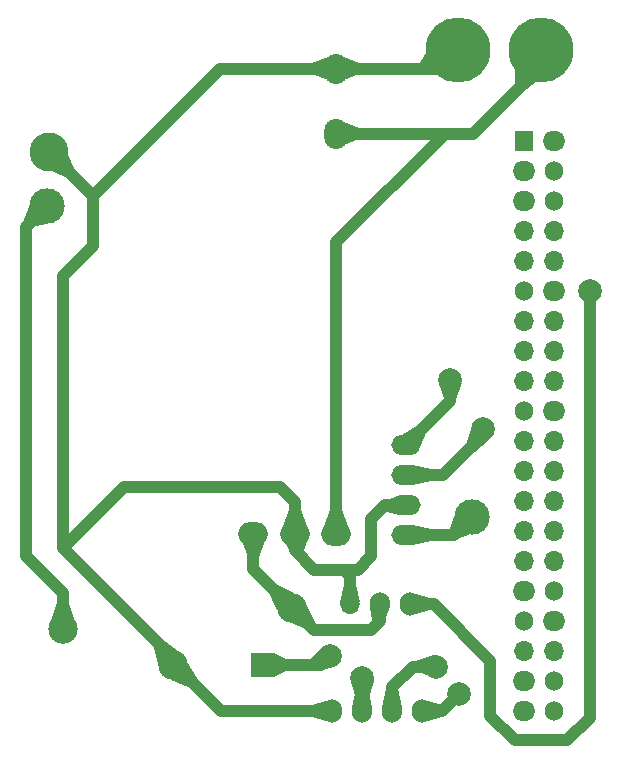
<source format=gbr>
%TF.GenerationSoftware,KiCad,Pcbnew,9.0.5*%
%TF.CreationDate,2025-10-22T00:31:54-04:00*%
%TF.ProjectId,PiHat,50694861-742e-46b6-9963-61645f706362,rev?*%
%TF.SameCoordinates,Original*%
%TF.FileFunction,Copper,L2,Bot*%
%TF.FilePolarity,Positive*%
%FSLAX46Y46*%
G04 Gerber Fmt 4.6, Leading zero omitted, Abs format (unit mm)*
G04 Created by KiCad (PCBNEW 9.0.5) date 2025-10-22 00:31:54*
%MOMM*%
%LPD*%
G01*
G04 APERTURE LIST*
%TA.AperFunction,ComponentPad*%
%ADD10O,2.000000X2.540000*%
%TD*%
%TA.AperFunction,ComponentPad*%
%ADD11R,2.000000X2.000000*%
%TD*%
%TA.AperFunction,ComponentPad*%
%ADD12C,2.500000*%
%TD*%
%TA.AperFunction,ComponentPad*%
%ADD13R,1.550000X1.700000*%
%TD*%
%TA.AperFunction,ComponentPad*%
%ADD14O,1.900000X1.700000*%
%TD*%
%TA.AperFunction,ComponentPad*%
%ADD15O,1.550000X1.700000*%
%TD*%
%TA.AperFunction,ComponentPad*%
%ADD16O,1.700000X1.700000*%
%TD*%
%TA.AperFunction,ComponentPad*%
%ADD17O,2.500000X1.700000*%
%TD*%
%TA.AperFunction,ComponentPad*%
%ADD18O,2.500000X2.000000*%
%TD*%
%TA.AperFunction,ComponentPad*%
%ADD19C,5.500000*%
%TD*%
%TA.AperFunction,ComponentPad*%
%ADD20O,1.700000X2.000000*%
%TD*%
%TA.AperFunction,ViaPad*%
%ADD21C,3.300000*%
%TD*%
%TA.AperFunction,ViaPad*%
%ADD22C,2.500000*%
%TD*%
%TA.AperFunction,ViaPad*%
%ADD23C,3.000000*%
%TD*%
%TA.AperFunction,ViaPad*%
%ADD24C,2.000000*%
%TD*%
%TA.AperFunction,Conductor*%
%ADD25C,1.000000*%
%TD*%
G04 APERTURE END LIST*
D10*
%TO.P,C1,1*%
%TO.N,+7.5V*%
X156500000Y-86500000D03*
%TO.P,C1,2*%
%TO.N,GND*%
X156500000Y-81000000D03*
%TD*%
D11*
%TO.P,BZ1,1,+*%
%TO.N,/Buzzer_GPIO*%
X150300000Y-131500000D03*
D12*
%TO.P,BZ1,2,-*%
%TO.N,GND*%
X142700000Y-131500000D03*
%TD*%
D13*
%TO.P,U5,1,3V3_power*%
%TO.N,unconnected-(U5-3V3_power-Pad1)*%
X172460000Y-87140000D03*
D14*
%TO.P,U5,2,5V_power*%
%TO.N,+5V*%
X175000000Y-87140000D03*
%TO.P,U5,3,GPIO_2*%
%TO.N,/I2C_SDA*%
X172460000Y-89680000D03*
D15*
%TO.P,U5,4,5V_power*%
%TO.N,+5V*%
X175000000Y-89680000D03*
D14*
%TO.P,U5,5,GPIO_3*%
%TO.N,/I2C_SCL*%
X172460000Y-92220000D03*
D15*
%TO.P,U5,6,Ground*%
%TO.N,GND*%
X175000000Y-92220000D03*
D16*
%TO.P,U5,7,GPIO_4*%
%TO.N,unconnected-(U5-GPIO_4-Pad7)*%
X172460000Y-94760000D03*
%TO.P,U5,8,GPIO_14*%
%TO.N,unconnected-(U5-GPIO_14-Pad8)*%
X175000000Y-94760000D03*
%TO.P,U5,9,Ground*%
%TO.N,GND*%
X172460000Y-97300000D03*
%TO.P,U5,10,GPIO_15*%
%TO.N,unconnected-(U5-GPIO_15-Pad10)*%
X175000000Y-97300000D03*
D15*
%TO.P,U5,11,GPIO_17*%
%TO.N,unconnected-(U5-GPIO_17-Pad11)*%
X172460000Y-99840000D03*
D14*
%TO.P,U5,12,GPIO_18*%
%TO.N,/PWM*%
X175000000Y-99840000D03*
D16*
%TO.P,U5,13,GPIO_27*%
%TO.N,unconnected-(U5-GPIO_27-Pad13)*%
X172460000Y-102380000D03*
%TO.P,U5,14,Ground*%
%TO.N,GND*%
X175000000Y-102380000D03*
%TO.P,U5,15,GPIO_22*%
%TO.N,unconnected-(U5-GPIO_22-Pad15)*%
X172460000Y-104920000D03*
%TO.P,U5,16,GPIO_23*%
%TO.N,unconnected-(U5-GPIO_23-Pad16)*%
X175000000Y-104920000D03*
%TO.P,U5,17,3V3_power*%
%TO.N,unconnected-(U5-3V3_power-Pad17)*%
X172460000Y-107460000D03*
%TO.P,U5,18,GPIO_24*%
%TO.N,unconnected-(U5-GPIO_24-Pad18)*%
X175000000Y-107460000D03*
D15*
%TO.P,U5,19,GPIO_10*%
%TO.N,unconnected-(U5-GPIO_10-Pad19)*%
X172460000Y-110000000D03*
D14*
%TO.P,U5,20,Ground*%
%TO.N,GND*%
X175000000Y-110000000D03*
D16*
%TO.P,U5,21,GPIO_9*%
%TO.N,unconnected-(U5-GPIO_9-Pad21)*%
X172460000Y-112540000D03*
%TO.P,U5,22,GPIO_25*%
%TO.N,unconnected-(U5-GPIO_25-Pad22)*%
X175000000Y-112540000D03*
%TO.P,U5,23,GPIO_11*%
%TO.N,unconnected-(U5-GPIO_11-Pad23)*%
X172460000Y-115080000D03*
%TO.P,U5,24,GPIO_8*%
%TO.N,unconnected-(U5-GPIO_8-Pad24)*%
X175000000Y-115080000D03*
%TO.P,U5,25,Ground*%
%TO.N,GND*%
X172460000Y-117620000D03*
%TO.P,U5,26,GPIO_7*%
%TO.N,unconnected-(U5-GPIO_7-Pad26)*%
X175000000Y-117620000D03*
%TO.P,U5,27,GPIO_0*%
%TO.N,unconnected-(U5-GPIO_0-Pad27)*%
X172460000Y-120160000D03*
%TO.P,U5,28,GPIO_1*%
%TO.N,unconnected-(U5-GPIO_1-Pad28)*%
X175000000Y-120160000D03*
%TO.P,U5,29,GPIO_5*%
%TO.N,/Buzzer_GPIO*%
X172460000Y-122700000D03*
%TO.P,U5,30,Ground*%
%TO.N,GND*%
X175000000Y-122700000D03*
D14*
%TO.P,U5,31,GPIO_6*%
%TO.N,/ENCODER_B*%
X172460000Y-125240000D03*
D15*
%TO.P,U5,32,GPIO_12*%
%TO.N,unconnected-(U5-GPIO_12-Pad32)*%
X175000000Y-125240000D03*
%TO.P,U5,33,GPIO_13*%
%TO.N,unconnected-(U5-GPIO_13-Pad33)*%
X172460000Y-127780000D03*
D14*
%TO.P,U5,34,Ground*%
%TO.N,GND*%
X175000000Y-127780000D03*
D16*
%TO.P,U5,35,GPIO_19*%
%TO.N,unconnected-(U5-GPIO_19-Pad35)*%
X172460000Y-130320000D03*
%TO.P,U5,36,GPIO_16*%
%TO.N,unconnected-(U5-GPIO_16-Pad36)*%
X175000000Y-130320000D03*
D14*
%TO.P,U5,37,GPIO_26*%
%TO.N,/ENCODER_A*%
X172460000Y-132860000D03*
D15*
%TO.P,U5,38,GPIO_20*%
%TO.N,unconnected-(U5-GPIO_20-Pad38)*%
X175000000Y-132860000D03*
D14*
%TO.P,U5,39,Ground*%
%TO.N,GND*%
X172460000Y-135400000D03*
D15*
%TO.P,U5,40,GPIO_21*%
%TO.N,unconnected-(U5-GPIO_21-Pad40)*%
X175000000Y-135400000D03*
%TD*%
D17*
%TO.P,U1,1,VCC*%
%TO.N,+5V*%
X162460200Y-120513200D03*
%TO.P,U1,2,GND*%
%TO.N,GND*%
X162460200Y-117973200D03*
%TO.P,U1,3,SCL*%
%TO.N,/I2C_SCL*%
X162460200Y-115433200D03*
%TO.P,U1,4,SDA*%
%TO.N,/I2C_SDA*%
X162460200Y-112893200D03*
D18*
%TO.P,U1,5,Vin*%
%TO.N,+7.5V*%
X156535000Y-120374000D03*
%TO.P,U1,6,GND*%
%TO.N,GND*%
X153035000Y-120374000D03*
%TO.P,U1,7,Vout*%
%TO.N,+7.5V*%
X149535000Y-120374000D03*
%TD*%
D19*
%TO.P,U2,1,Vin*%
%TO.N,+7.5V*%
X173875000Y-79448000D03*
%TO.P,U2,2,Ground*%
%TO.N,GND*%
X166875000Y-79448000D03*
%TD*%
D16*
%TO.P,U3,1,GND*%
%TO.N,GND*%
X157707000Y-126365000D03*
D20*
%TO.P,U3,2,Vin*%
%TO.N,+7.5V*%
X160247000Y-126365000D03*
%TO.P,U3,3,Signal*%
%TO.N,/PWM*%
X162787000Y-126365000D03*
%TD*%
%TO.P,U4,1,GND*%
%TO.N,GND*%
X156183000Y-135382000D03*
%TO.P,U4,2,+*%
%TO.N,+5V*%
X158723000Y-135382000D03*
%TO.P,U4,3,DT*%
%TO.N,/ENCODER_B*%
X161263000Y-135382000D03*
%TO.P,U4,4,CLK*%
%TO.N,/ENCODER_A*%
X163803000Y-135382000D03*
%TD*%
D21*
%TO.N,GND*%
X132220000Y-88060000D03*
D22*
%TO.N,+7.5V*%
X152801000Y-126639000D03*
%TO.N,+5V*%
X133400000Y-128490000D03*
D23*
X168000000Y-119000000D03*
X132060000Y-92670000D03*
D24*
X158730000Y-132610000D03*
%TO.N,/Buzzer_GPIO*%
X156020000Y-130760000D03*
%TO.N,/I2C_SCL*%
X169000000Y-111500000D03*
%TO.N,/I2C_SDA*%
X166210000Y-107400000D03*
%TO.N,/PWM*%
X178043000Y-99850000D03*
%TO.N,/ENCODER_A*%
X166930000Y-133970000D03*
%TO.N,/ENCODER_B*%
X164990000Y-131640000D03*
%TD*%
D25*
%TO.N,GND*%
X143102000Y-131318000D02*
X143102000Y-131732000D01*
X132220000Y-88060000D02*
X135931000Y-91771000D01*
X135931000Y-91780000D02*
X146711000Y-81000000D01*
X153035000Y-120374000D02*
X153035000Y-117729000D01*
X135931000Y-91771000D02*
X135931000Y-91780000D01*
X133392000Y-121608000D02*
X133392000Y-98599000D01*
X162460200Y-117973200D02*
X160664800Y-117973200D01*
X158378000Y-123444000D02*
X157226000Y-123444000D01*
X153035000Y-117729000D02*
X151765000Y-116459000D01*
X156440000Y-80940000D02*
X156500000Y-81000000D01*
X151765000Y-116459000D02*
X138541000Y-116459000D01*
X165323000Y-81000000D02*
X166875000Y-79448000D01*
X157707000Y-123925000D02*
X157707000Y-126365000D01*
X153035000Y-121793000D02*
X153035000Y-120374000D01*
X157226000Y-123444000D02*
X154686000Y-123444000D01*
X154686000Y-123444000D02*
X153035000Y-121793000D01*
X157226000Y-123444000D02*
X157707000Y-123925000D01*
X160664800Y-117973200D02*
X159512000Y-119126000D01*
X146752000Y-135382000D02*
X156183000Y-135382000D01*
X146711000Y-81000000D02*
X156500000Y-81000000D01*
X133392000Y-121608000D02*
X143102000Y-131318000D01*
X133392000Y-98599000D02*
X135931000Y-96060000D01*
X156500000Y-81000000D02*
X165323000Y-81000000D01*
X143102000Y-131732000D02*
X146752000Y-135382000D01*
X159512000Y-122310000D02*
X158378000Y-123444000D01*
X138541000Y-116459000D02*
X133392000Y-121608000D01*
X135931000Y-96060000D02*
X135931000Y-91780000D01*
X159512000Y-119126000D02*
X159512000Y-122310000D01*
%TO.N,+7.5V*%
X160247000Y-127789000D02*
X160247000Y-126365000D01*
X149535000Y-123373000D02*
X149535000Y-120374000D01*
X168135000Y-86500000D02*
X173875000Y-80760000D01*
X154672000Y-128510000D02*
X159526000Y-128510000D01*
X156535000Y-95700000D02*
X156535000Y-120374000D01*
X173875000Y-80760000D02*
X173875000Y-79448000D01*
X159526000Y-128510000D02*
X160247000Y-127789000D01*
X156500000Y-86500000D02*
X165735000Y-86500000D01*
X165735000Y-86500000D02*
X168135000Y-86500000D01*
X173875000Y-79448000D02*
X173875000Y-79006000D01*
X165735000Y-86500000D02*
X156535000Y-95700000D01*
X152801000Y-126639000D02*
X149535000Y-123373000D01*
X152801000Y-126639000D02*
X154672000Y-128510000D01*
%TO.N,+5V*%
X158730000Y-133320000D02*
X158723000Y-133327000D01*
X133400000Y-125380000D02*
X130310000Y-122290000D01*
X130310000Y-122290000D02*
X130310000Y-94420000D01*
X162460200Y-120513200D02*
X166486800Y-120513200D01*
X166486800Y-120513200D02*
X168000000Y-119000000D01*
X158730000Y-132610000D02*
X158730000Y-133320000D01*
X133400000Y-128490000D02*
X133400000Y-125380000D01*
X158723000Y-133327000D02*
X158723000Y-135382000D01*
X130310000Y-94420000D02*
X132060000Y-92670000D01*
%TO.N,/Buzzer_GPIO*%
X155280000Y-131500000D02*
X156020000Y-130760000D01*
X150300000Y-131500000D02*
X155280000Y-131500000D01*
%TO.N,/I2C_SCL*%
X165598200Y-115433200D02*
X162460200Y-115433200D01*
X165598200Y-115433200D02*
X169000000Y-112031400D01*
X169000000Y-112031400D02*
X169000000Y-111500000D01*
%TO.N,/I2C_SDA*%
X166210000Y-109143400D02*
X162460200Y-112893200D01*
X162433000Y-112866000D02*
X162460200Y-112893200D01*
X166210000Y-107400000D02*
X166210000Y-109143400D01*
%TO.N,/PWM*%
X178000000Y-135950000D02*
X176110000Y-137840000D01*
X164825000Y-126365000D02*
X162787000Y-126365000D01*
X171640000Y-137840000D02*
X169590000Y-135790000D01*
X176110000Y-137840000D02*
X171640000Y-137840000D01*
X169590000Y-131130000D02*
X164825000Y-126365000D01*
X178043000Y-99850000D02*
X178000000Y-99893000D01*
X178000000Y-99893000D02*
X178000000Y-135950000D01*
X169590000Y-135790000D02*
X169590000Y-131130000D01*
%TO.N,/ENCODER_A*%
X163803000Y-135382000D02*
X165518000Y-135382000D01*
X165518000Y-135382000D02*
X166930000Y-133970000D01*
%TO.N,/ENCODER_B*%
X161263000Y-135382000D02*
X161263000Y-133397000D01*
X163020000Y-131640000D02*
X164990000Y-131640000D01*
X161263000Y-133397000D02*
X163020000Y-131640000D01*
%TD*%
%TA.AperFunction,Conductor*%
%TO.N,GND*%
G36*
X133848126Y-88279469D02*
G01*
X133855866Y-88283974D01*
X133857221Y-88286246D01*
X134434074Y-89562926D01*
X134434358Y-89571877D01*
X134431685Y-89576017D01*
X133736017Y-90271685D01*
X133727744Y-90275112D01*
X133722926Y-90274074D01*
X132446246Y-89697221D01*
X132440118Y-89690692D01*
X132439469Y-89688126D01*
X132422545Y-89562926D01*
X132221350Y-88074511D01*
X132223638Y-88065855D01*
X132231378Y-88061350D01*
X132234510Y-88061350D01*
X133848126Y-88279469D01*
G37*
%TD.AperFunction*%
%TD*%
%TA.AperFunction,Conductor*%
%TO.N,GND*%
G36*
X153535103Y-118377427D02*
G01*
X153537814Y-118381670D01*
X154031759Y-119728127D01*
X154031391Y-119737075D01*
X154027068Y-119742020D01*
X153041293Y-120370984D01*
X153032476Y-120372545D01*
X153028707Y-120370984D01*
X152042931Y-119742020D01*
X152037800Y-119734681D01*
X152038240Y-119728127D01*
X152532186Y-118381670D01*
X152538252Y-118375084D01*
X152543170Y-118374000D01*
X153526830Y-118374000D01*
X153535103Y-118377427D01*
G37*
%TD.AperFunction*%
%TD*%
%TA.AperFunction,Conductor*%
%TO.N,GND*%
G36*
X161778790Y-117191118D02*
G01*
X161782822Y-117194108D01*
X162454984Y-117965694D01*
X162457834Y-117974183D01*
X162455842Y-117979951D01*
X161898990Y-118800066D01*
X161891507Y-118804986D01*
X161886410Y-118804829D01*
X160817622Y-118531382D01*
X160812249Y-118528320D01*
X160120191Y-117836262D01*
X160116764Y-117827989D01*
X160120191Y-117819716D01*
X160124298Y-117817057D01*
X161769840Y-117190858D01*
X161778790Y-117191118D01*
G37*
%TD.AperFunction*%
%TD*%
%TA.AperFunction,Conductor*%
%TO.N,GND*%
G36*
X158205866Y-124684760D02*
G01*
X158209020Y-124690521D01*
X158538106Y-126187527D01*
X158536535Y-126196343D01*
X158529191Y-126201466D01*
X158528975Y-126201512D01*
X157709296Y-126365540D01*
X157704704Y-126365540D01*
X156885024Y-126201512D01*
X156877584Y-126196528D01*
X156875847Y-126187743D01*
X156875893Y-126187527D01*
X157204980Y-124690521D01*
X157210103Y-124683177D01*
X157216407Y-124681333D01*
X158197593Y-124681333D01*
X158205866Y-124684760D01*
G37*
%TD.AperFunction*%
%TD*%
%TA.AperFunction,Conductor*%
%TO.N,GND*%
G36*
X153041179Y-120376045D02*
G01*
X154150028Y-120819239D01*
X154156439Y-120825491D01*
X154156724Y-120833984D01*
X153800264Y-121847765D01*
X153797499Y-121852157D01*
X153102492Y-122547164D01*
X153094219Y-122550591D01*
X153085946Y-122547164D01*
X153084406Y-122545262D01*
X152631530Y-121847765D01*
X152192193Y-121171121D01*
X152190563Y-121162318D01*
X152194029Y-121156195D01*
X153028866Y-120378349D01*
X153037253Y-120375217D01*
X153041179Y-120376045D01*
G37*
%TD.AperFunction*%
%TD*%
%TA.AperFunction,Conductor*%
%TO.N,GND*%
G36*
X155704039Y-134535557D02*
G01*
X155708554Y-134540037D01*
X156180751Y-135376247D01*
X156181835Y-135385136D01*
X156180751Y-135387753D01*
X155708554Y-136223962D01*
X155701502Y-136229481D01*
X155695142Y-136229456D01*
X154491476Y-135884429D01*
X154484467Y-135878855D01*
X154483000Y-135873182D01*
X154483000Y-134890817D01*
X154486427Y-134882544D01*
X154491474Y-134879570D01*
X155695143Y-134534543D01*
X155704039Y-134535557D01*
G37*
%TD.AperFunction*%
%TD*%
%TA.AperFunction,Conductor*%
%TO.N,GND*%
G36*
X155843175Y-80003576D02*
G01*
X155848082Y-80007784D01*
X156496767Y-80993568D01*
X156498452Y-81002363D01*
X156496767Y-81006432D01*
X155848082Y-81992215D01*
X155840671Y-81997242D01*
X155834226Y-81996748D01*
X154507618Y-81502836D01*
X154501060Y-81496738D01*
X154500000Y-81491871D01*
X154500000Y-80508128D01*
X154503427Y-80499855D01*
X154507615Y-80497164D01*
X155834227Y-80003251D01*
X155843175Y-80003576D01*
G37*
%TD.AperFunction*%
%TD*%
%TA.AperFunction,Conductor*%
%TO.N,GND*%
G36*
X141817600Y-129324658D02*
G01*
X143105007Y-130322120D01*
X143109448Y-130329896D01*
X143108883Y-130335236D01*
X142703555Y-131492572D01*
X142697587Y-131499248D01*
X142692093Y-131500397D01*
X141469485Y-131456447D01*
X141461340Y-131452726D01*
X141458557Y-131447600D01*
X141103956Y-130031881D01*
X141105270Y-130023024D01*
X141107028Y-130020770D01*
X141802164Y-129325634D01*
X141810436Y-129322208D01*
X141817600Y-129324658D01*
G37*
%TD.AperFunction*%
%TD*%
%TA.AperFunction,Conductor*%
%TO.N,GND*%
G36*
X157165771Y-80003250D02*
G01*
X158492383Y-80497164D01*
X158498940Y-80503261D01*
X158500000Y-80508128D01*
X158500000Y-81491871D01*
X158496573Y-81500144D01*
X158492382Y-81502836D01*
X157165773Y-81996748D01*
X157156824Y-81996423D01*
X157151917Y-81992215D01*
X156829886Y-81502836D01*
X156503231Y-81006430D01*
X156501547Y-80997637D01*
X156503231Y-80993570D01*
X157151918Y-80007782D01*
X157159328Y-80002757D01*
X157165771Y-80003250D01*
G37*
%TD.AperFunction*%
%TD*%
%TA.AperFunction,Conductor*%
%TO.N,GND*%
G36*
X166854704Y-79452970D02*
G01*
X166858717Y-79460976D01*
X166855894Y-79469474D01*
X166855590Y-79469811D01*
X165007912Y-81444465D01*
X164999808Y-81448163D01*
X163632681Y-81499543D01*
X163624285Y-81496429D01*
X163620550Y-81488290D01*
X163620542Y-81487851D01*
X163620542Y-80503267D01*
X163622235Y-80497205D01*
X164135108Y-79650539D01*
X164142325Y-79645238D01*
X164144272Y-79644931D01*
X166846208Y-79450147D01*
X166854704Y-79452970D01*
G37*
%TD.AperFunction*%
%TD*%
%TA.AperFunction,Conductor*%
%TO.N,GND*%
G36*
X143915842Y-131250739D02*
G01*
X143919552Y-131254670D01*
X144717494Y-132637100D01*
X144718662Y-132645978D01*
X144715634Y-132651222D01*
X144020473Y-133346383D01*
X144012200Y-133349810D01*
X144007596Y-133348866D01*
X142591212Y-132742660D01*
X142584955Y-132736255D01*
X142584167Y-132730818D01*
X142698488Y-131507904D01*
X142702669Y-131499988D01*
X142707760Y-131497538D01*
X143907046Y-131249062D01*
X143915842Y-131250739D01*
G37*
%TD.AperFunction*%
%TD*%
%TA.AperFunction,Conductor*%
%TO.N,+7.5V*%
G36*
X160250059Y-126367065D02*
G01*
X160252998Y-126368961D01*
X160607405Y-126681655D01*
X160947308Y-126981552D01*
X160951244Y-126989595D01*
X160950257Y-126995081D01*
X160317796Y-128416672D01*
X160311302Y-128422838D01*
X160302350Y-128422606D01*
X160298833Y-128420189D01*
X159606350Y-127727706D01*
X159603114Y-127721534D01*
X159415080Y-126690408D01*
X159416967Y-126681655D01*
X159422437Y-126677373D01*
X160241109Y-126366796D01*
X160250059Y-126367065D01*
G37*
%TD.AperFunction*%
%TD*%
%TA.AperFunction,Conductor*%
%TO.N,+7.5V*%
G36*
X149541293Y-120377015D02*
G01*
X150527068Y-121005979D01*
X150532199Y-121013318D01*
X150531759Y-121019872D01*
X150037814Y-122366330D01*
X150031748Y-122372916D01*
X150026830Y-122374000D01*
X149043170Y-122374000D01*
X149034897Y-122370573D01*
X149032186Y-122366330D01*
X148538240Y-121019872D01*
X148538608Y-121010924D01*
X148542929Y-121005980D01*
X149528707Y-120377014D01*
X149537524Y-120375454D01*
X149541293Y-120377015D01*
G37*
%TD.AperFunction*%
%TD*%
%TA.AperFunction,Conductor*%
%TO.N,+7.5V*%
G36*
X173868646Y-79467728D02*
G01*
X173871065Y-79476349D01*
X173871002Y-79476801D01*
X173445078Y-82148102D01*
X173440639Y-82155548D01*
X172362685Y-82981325D01*
X172354034Y-82983636D01*
X172347297Y-82980310D01*
X171651167Y-82284180D01*
X171647740Y-82275907D01*
X171647761Y-82275208D01*
X171716748Y-81149698D01*
X171720673Y-81141653D01*
X171721176Y-81141233D01*
X173852217Y-79465760D01*
X173860838Y-79463342D01*
X173868646Y-79467728D01*
G37*
%TD.AperFunction*%
%TD*%
%TA.AperFunction,Conductor*%
%TO.N,+7.5V*%
G36*
X157035103Y-118377427D02*
G01*
X157037814Y-118381670D01*
X157531759Y-119728127D01*
X157531391Y-119737075D01*
X157527068Y-119742020D01*
X156541293Y-120370984D01*
X156532476Y-120372545D01*
X156528707Y-120370984D01*
X155542931Y-119742020D01*
X155537800Y-119734681D01*
X155538240Y-119728127D01*
X156032186Y-118381670D01*
X156038252Y-118375084D01*
X156043170Y-118374000D01*
X157026830Y-118374000D01*
X157035103Y-118377427D01*
G37*
%TD.AperFunction*%
%TD*%
%TA.AperFunction,Conductor*%
%TO.N,+7.5V*%
G36*
X157165771Y-85503250D02*
G01*
X158492383Y-85997164D01*
X158498940Y-86003261D01*
X158500000Y-86008128D01*
X158500000Y-86991871D01*
X158496573Y-87000144D01*
X158492382Y-87002836D01*
X157165773Y-87496748D01*
X157156824Y-87496423D01*
X157151917Y-87492215D01*
X156829886Y-87002836D01*
X156503231Y-86506430D01*
X156501547Y-86497637D01*
X156503231Y-86493570D01*
X157151918Y-85507782D01*
X157159328Y-85502757D01*
X157165771Y-85503250D01*
G37*
%TD.AperFunction*%
%TD*%
%TA.AperFunction,Conductor*%
%TO.N,+7.5V*%
G36*
X151578659Y-124705771D02*
G01*
X152972635Y-125400221D01*
X152978512Y-125406977D01*
X152978998Y-125412366D01*
X152802957Y-126631050D01*
X152798382Y-126638748D01*
X152793050Y-126640957D01*
X151574366Y-126816998D01*
X151565688Y-126814789D01*
X151562221Y-126810635D01*
X151476590Y-126638748D01*
X150867771Y-125416660D01*
X150867150Y-125407728D01*
X150869969Y-125403173D01*
X151565172Y-124707970D01*
X151573444Y-124704544D01*
X151578659Y-124705771D01*
G37*
%TD.AperFunction*%
%TD*%
%TA.AperFunction,Conductor*%
%TO.N,+7.5V*%
G36*
X154036310Y-126463209D02*
G01*
X154039777Y-126467363D01*
X154734227Y-127861338D01*
X154734849Y-127870271D01*
X154732028Y-127874828D01*
X154036828Y-128570028D01*
X154028555Y-128573455D01*
X154023338Y-128572227D01*
X152629363Y-127877777D01*
X152623486Y-127871021D01*
X152623000Y-127865634D01*
X152799042Y-126646947D01*
X152803617Y-126639251D01*
X152808946Y-126637042D01*
X154027633Y-126461000D01*
X154036310Y-126463209D01*
G37*
%TD.AperFunction*%
%TD*%
%TA.AperFunction,Conductor*%
%TO.N,+5V*%
G36*
X163033760Y-119681232D02*
G01*
X164534679Y-120011180D01*
X164542023Y-120016303D01*
X164543867Y-120022607D01*
X164543867Y-121003792D01*
X164540440Y-121012065D01*
X164534679Y-121015219D01*
X163033761Y-121345166D01*
X163024945Y-121343595D01*
X163021574Y-121340318D01*
X162463671Y-120519776D01*
X162461854Y-120511010D01*
X162463670Y-120506625D01*
X163021575Y-119686079D01*
X163029059Y-119681167D01*
X163033760Y-119681232D01*
G37*
%TD.AperFunction*%
%TD*%
%TA.AperFunction,Conductor*%
%TO.N,+5V*%
G36*
X167988048Y-118999312D02*
G01*
X167996127Y-119003173D01*
X167999111Y-119011616D01*
X167998985Y-119012813D01*
X167769761Y-120470573D01*
X167765091Y-120478214D01*
X167761857Y-120479871D01*
X166154975Y-121008152D01*
X166146046Y-121007480D01*
X166140206Y-121000691D01*
X166139621Y-120997037D01*
X166139621Y-120015142D01*
X166140250Y-120011359D01*
X166509973Y-118929412D01*
X166515890Y-118922694D01*
X166521661Y-118921514D01*
X167988048Y-118999312D01*
G37*
%TD.AperFunction*%
%TD*%
%TA.AperFunction,Conductor*%
%TO.N,+5V*%
G36*
X133899853Y-126254121D02*
G01*
X133902674Y-126258678D01*
X134397313Y-127735415D01*
X134396691Y-127744348D01*
X134393224Y-127748502D01*
X133407005Y-128485763D01*
X133398327Y-128487972D01*
X133392995Y-128485763D01*
X132406775Y-127748502D01*
X132402200Y-127740804D01*
X132402685Y-127735419D01*
X132897326Y-126258678D01*
X132903203Y-126251922D01*
X132908420Y-126250694D01*
X133891580Y-126250694D01*
X133899853Y-126254121D01*
G37*
%TD.AperFunction*%
%TD*%
%TA.AperFunction,Conductor*%
%TO.N,+5V*%
G36*
X159221866Y-133551760D02*
G01*
X159225020Y-133557521D01*
X159554499Y-135056311D01*
X159552928Y-135065127D01*
X159547228Y-135069760D01*
X158727156Y-135381420D01*
X158718844Y-135381420D01*
X157898771Y-135069760D01*
X157892254Y-135063617D01*
X157891500Y-135056313D01*
X158220980Y-133557520D01*
X158226103Y-133550177D01*
X158232407Y-133548333D01*
X159213593Y-133548333D01*
X159221866Y-133551760D01*
G37*
%TD.AperFunction*%
%TD*%
%TA.AperFunction,Conductor*%
%TO.N,+5V*%
G36*
X159698488Y-132802631D02*
G01*
X159705929Y-132807613D01*
X159707667Y-132816398D01*
X159707480Y-132817187D01*
X159225354Y-134582168D01*
X159219869Y-134589246D01*
X159214068Y-134590785D01*
X158232001Y-134590785D01*
X158223728Y-134587358D01*
X158220692Y-134582085D01*
X158005712Y-133771828D01*
X157752407Y-132817121D01*
X157753598Y-132808247D01*
X157760716Y-132802813D01*
X157761408Y-132802652D01*
X158727709Y-132609458D01*
X158732291Y-132609458D01*
X159698488Y-132802631D01*
G37*
%TD.AperFunction*%
%TD*%
%TA.AperFunction,Conductor*%
%TO.N,+5V*%
G36*
X132055544Y-92672668D02*
G01*
X132059405Y-92680748D01*
X132059409Y-92681902D01*
X131992348Y-94148314D01*
X131988547Y-94156422D01*
X131983313Y-94159175D01*
X130811310Y-94431988D01*
X130808657Y-94432293D01*
X129828143Y-94432293D01*
X129819870Y-94428866D01*
X129816443Y-94420593D01*
X129817485Y-94415766D01*
X130569898Y-92754349D01*
X130576433Y-92748227D01*
X130579934Y-92747492D01*
X132047101Y-92669684D01*
X132055544Y-92672668D01*
G37*
%TD.AperFunction*%
%TD*%
%TA.AperFunction,Conductor*%
%TO.N,/Buzzer_GPIO*%
G36*
X155470909Y-129938526D02*
G01*
X155472182Y-129940111D01*
X156019700Y-130758058D01*
X156021454Y-130762295D01*
X156212684Y-131728627D01*
X156210929Y-131737408D01*
X156203478Y-131742375D01*
X156202814Y-131742487D01*
X154359040Y-131998154D01*
X154350375Y-131995896D01*
X154345844Y-131988172D01*
X154345733Y-131986565D01*
X154345733Y-131004995D01*
X154349160Y-130996722D01*
X154349340Y-130996545D01*
X155452339Y-129940111D01*
X155454366Y-129938168D01*
X155462711Y-129934922D01*
X155470909Y-129938526D01*
G37*
%TD.AperFunction*%
%TD*%
%TA.AperFunction,Conductor*%
%TO.N,/Buzzer_GPIO*%
G36*
X151307538Y-130503769D02*
G01*
X152293532Y-130996766D01*
X152299400Y-131003531D01*
X152300000Y-131007231D01*
X152300000Y-131992769D01*
X152296573Y-132001042D01*
X152293532Y-132003234D01*
X151307538Y-132496230D01*
X151298606Y-132496865D01*
X151294037Y-132494042D01*
X150307285Y-131508277D01*
X150303854Y-131500006D01*
X150307277Y-131491731D01*
X150307285Y-131491723D01*
X151294037Y-130505957D01*
X151302312Y-130502534D01*
X151307538Y-130503769D01*
G37*
%TD.AperFunction*%
%TD*%
%TA.AperFunction,Conductor*%
%TO.N,/I2C_SCL*%
G36*
X163033760Y-114601232D02*
G01*
X164534679Y-114931180D01*
X164542023Y-114936303D01*
X164543867Y-114942607D01*
X164543867Y-115923792D01*
X164540440Y-115932065D01*
X164534679Y-115935219D01*
X163033761Y-116265166D01*
X163024945Y-116263595D01*
X163021574Y-116260318D01*
X162463671Y-115439776D01*
X162461854Y-115431010D01*
X162463670Y-115426625D01*
X163021575Y-114606079D01*
X163029059Y-114601167D01*
X163033760Y-114601232D01*
G37*
%TD.AperFunction*%
%TD*%
%TA.AperFunction,Conductor*%
%TO.N,/I2C_SCL*%
G36*
X168035135Y-111308063D02*
G01*
X168995940Y-111498349D01*
X169003389Y-111503317D01*
X169003401Y-111503334D01*
X169549906Y-112322976D01*
X169551644Y-112331761D01*
X169547922Y-112338232D01*
X168279785Y-113459674D01*
X168271317Y-113462587D01*
X168263761Y-113459182D01*
X167569442Y-112764863D01*
X167566015Y-112756590D01*
X167566548Y-112753099D01*
X167696225Y-112338232D01*
X168016081Y-111314935D01*
X168021819Y-111308063D01*
X168029520Y-111306951D01*
X168035135Y-111308063D01*
G37*
%TD.AperFunction*%
%TD*%
%TA.AperFunction,Conductor*%
%TO.N,/I2C_SDA*%
G36*
X163469534Y-111190015D02*
G01*
X164164098Y-111884579D01*
X164167525Y-111892852D01*
X164166330Y-111898003D01*
X163696985Y-112855255D01*
X163690266Y-112861174D01*
X163686786Y-112861800D01*
X162467540Y-112893696D01*
X162459180Y-112890487D01*
X162456420Y-112886467D01*
X162443528Y-112855255D01*
X162111869Y-112052279D01*
X162111878Y-112043326D01*
X162116412Y-112037936D01*
X163454993Y-111188408D01*
X163463813Y-111186870D01*
X163469534Y-111190015D01*
G37*
%TD.AperFunction*%
%TD*%
%TA.AperFunction,Conductor*%
%TO.N,/I2C_SDA*%
G36*
X166990646Y-107555106D02*
G01*
X167177179Y-107592372D01*
X167184621Y-107597353D01*
X167186360Y-107606137D01*
X167185809Y-107608041D01*
X166402154Y-109647995D01*
X166395988Y-109654489D01*
X166387036Y-109654721D01*
X166382959Y-109652072D01*
X165690529Y-108959642D01*
X165687715Y-108955107D01*
X165233581Y-107608041D01*
X165233465Y-107607696D01*
X165234069Y-107598763D01*
X165240814Y-107592873D01*
X165242247Y-107592490D01*
X166208421Y-107399749D01*
X166212994Y-107399749D01*
X166990646Y-107555106D01*
G37*
%TD.AperFunction*%
%TD*%
%TA.AperFunction,Conductor*%
%TO.N,/PWM*%
G36*
X163274855Y-125517542D02*
G01*
X164478524Y-125862570D01*
X164485533Y-125868144D01*
X164487000Y-125873817D01*
X164487000Y-126856182D01*
X164483573Y-126864455D01*
X164478524Y-126867429D01*
X163274857Y-127212456D01*
X163265960Y-127211442D01*
X163261445Y-127206962D01*
X163069715Y-126867429D01*
X162789247Y-126370751D01*
X162788164Y-126361864D01*
X162789246Y-126359251D01*
X163261446Y-125523036D01*
X163268497Y-125517518D01*
X163274855Y-125517542D01*
G37*
%TD.AperFunction*%
%TD*%
%TA.AperFunction,Conductor*%
%TO.N,/ENCODER_A*%
G36*
X164290855Y-134534542D02*
G01*
X165494524Y-134879570D01*
X165501533Y-134885144D01*
X165503000Y-134890817D01*
X165503000Y-135873182D01*
X165499573Y-135881455D01*
X165494524Y-135884429D01*
X164290857Y-136229456D01*
X164281960Y-136228442D01*
X164277445Y-136223962D01*
X164085715Y-135884429D01*
X163805247Y-135387751D01*
X163804164Y-135378864D01*
X163805246Y-135376251D01*
X164277446Y-134540036D01*
X164284497Y-134534518D01*
X164290855Y-134534542D01*
G37*
%TD.AperFunction*%
%TD*%
%TA.AperFunction,Conductor*%
%TO.N,/ENCODER_B*%
G36*
X161761866Y-133551760D02*
G01*
X161765020Y-133557521D01*
X162094499Y-135056311D01*
X162092928Y-135065127D01*
X162087228Y-135069760D01*
X161267156Y-135381420D01*
X161258844Y-135381420D01*
X160438771Y-135069760D01*
X160432254Y-135063617D01*
X160431500Y-135056313D01*
X160760980Y-133557520D01*
X160766103Y-133550177D01*
X160772407Y-133548333D01*
X161753593Y-133548333D01*
X161761866Y-133551760D01*
G37*
%TD.AperFunction*%
%TD*%
%TA.AperFunction,Conductor*%
%TO.N,/ENCODER_B*%
G36*
X164791522Y-130663796D02*
G01*
X164797164Y-130670750D01*
X164797422Y-130671791D01*
X164989756Y-131634533D01*
X164988017Y-131643317D01*
X164988010Y-131643327D01*
X164439885Y-132463308D01*
X164432438Y-132468282D01*
X164425445Y-132467515D01*
X163367934Y-132002062D01*
X163364374Y-131999626D01*
X162672712Y-131307964D01*
X162669285Y-131299691D01*
X162672712Y-131291418D01*
X162677650Y-131288476D01*
X164782618Y-130662868D01*
X164791522Y-130663796D01*
G37*
%TD.AperFunction*%
%TD*%
M02*

</source>
